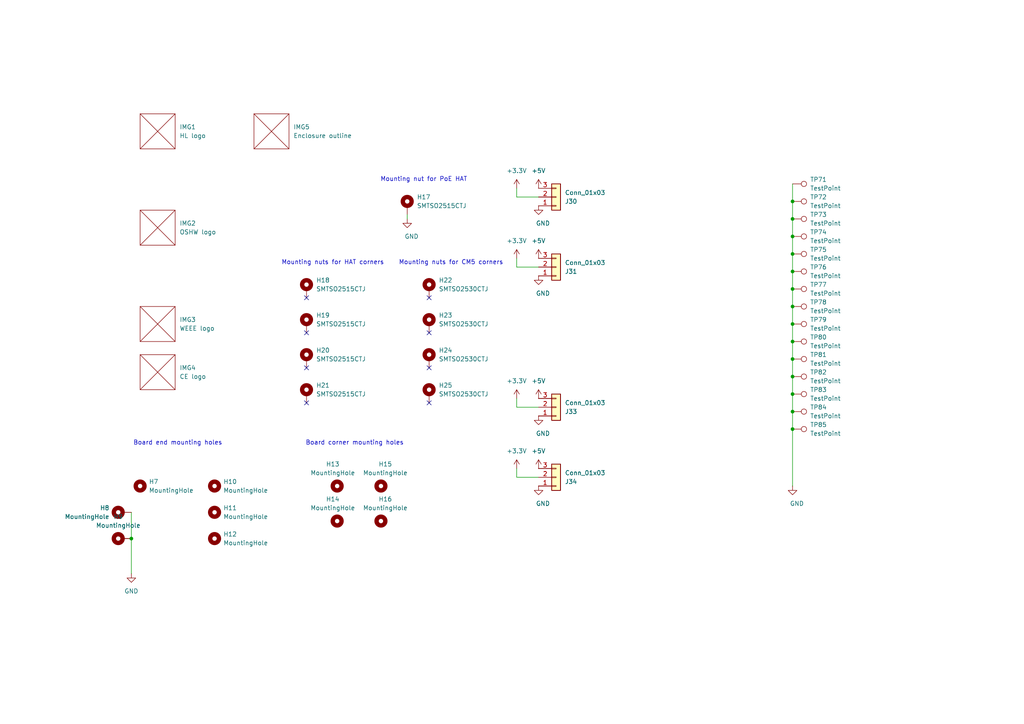
<source format=kicad_sch>
(kicad_sch (version 20250114) (generator "eeschema") (generator_version "9.0")
  (paper "A4")
  (title_block (title "HALPI2") (date "2025-08-09") (rev "v0.5.0") (company "Hat Labs Oy") (comment 1 "https://ohwr.org/cern_ohl_s_v2.pdf") (comment 2 "To view a copy of this license, visit ") (comment 3 "HALPI2 is licensed under CERN-OHL-S v2."))
  (lib_symbols
    (symbol "Connector:TestPoint" (pin_numbers (hide yes)) (pin_names (offset 0.762) (hide yes))
      (property "Reference" "TP" (at 0 6.858 0))
      (property "Value" "TestPoint" (at 0 5.08 0))
      (symbol "TestPoint_0_1"
        (circle (center 0 3.302) (radius 0.762))
      )
      (symbol "TestPoint_1_1"
        (pin passive line (at 0 0 90) (length 2.54) (name "1") (number "1"))
      )
    )
    (symbol "Connector_Generic:Conn_01x03" (pin_names (offset 1.016) (hide yes))
      (property "Reference" "J" (at 0 5.08 0))
      (property "Value" "Conn_01x03" (at 0 -5.08 0))
      (symbol "Conn_01x03_1_1"
        (rectangle (start -1.27 3.81) (end 1.27 -3.81) (stroke (width 0.254)) (fill (type background)))
        (rectangle (start -1.27 2.667) (end 0 2.413) (stroke (width 0.1524)))
        (rectangle (start -1.27 0.127) (end 0 -0.127) (stroke (width 0.1524)))
        (rectangle (start -1.27 -2.413) (end 0 -2.667) (stroke (width 0.1524)))
        (pin passive line (at -5.08 2.54 0) (length 3.81) (name "Pin_1") (number "1"))
        (pin passive line (at -5.08 0 0) (length 3.81) (name "Pin_2") (number "2"))
        (pin passive line (at -5.08 -2.54 0) (length 3.81) (name "Pin_3") (number "3"))
      )
    )
    (symbol "Hatlabs:SilkScreenImage" (in_bom no)
      (property "Reference" "IMG" (at 6.35 -1.2699 0))
      (property "Value" "Silk Screen Image" (at 6.35 -3.8099 0))
      (symbol "SilkScreenImage_0_1"
        (rectangle (start -5.08 2.54) (end 5.08 -7.62))
        (polyline (pts (xy -5.08 2.54) (xy 5.08 -7.62)))
        (polyline (pts (xy 5.08 2.54) (xy -5.08 -7.62)))
      )
    )
    (symbol "Mechanical:MountingHole" (pin_names (offset 1.016)) (in_bom no)
      (property "Reference" "H" (at 0 5.08 0))
      (property "Value" "MountingHole" (at 0 3.175 0))
      (symbol "MountingHole_0_1"
        (circle (center 0 0) (radius 1.27) (stroke (width 1.27)))
      )
    )
    (symbol "Mechanical:MountingHole_Pad" (pin_numbers (hide yes)) (pin_names (offset 1.016) (hide yes)) (exclude_from_sim yes) (in_bom no)
      (property "Reference" "H" (at 0 6.35 0))
      (property "Value" "MountingHole_Pad" (at 0 4.445 0))
      (symbol "MountingHole_Pad_0_1"
        (circle (center 0 1.27) (radius 1.27) (stroke (width 1.27)))
      )
      (symbol "MountingHole_Pad_1_1"
        (pin input line (at 0 -2.54 90) (length 2.54) (name "1") (number "1"))
      )
    )
    (symbol "power:+3.3V" (power) (pin_numbers (hide yes)) (pin_names (offset 0) (hide yes))
      (property "Value" "+3.3V" (at 0 3.556 0))
      (symbol "+3.3V_0_1"
        (polyline (pts (xy -0.762 1.27) (xy 0 2.54)))
        (polyline (pts (xy 0 2.54) (xy 0.762 1.27)))
        (polyline (pts (xy 0 0) (xy 0 2.54)))
      )
      (symbol "+3.3V_1_1"
        (pin power_in line (at 0 0 90) (length 0) (name "~") (number "1"))
      )
    )
    (symbol "power:+5V" (power) (pin_numbers (hide yes)) (pin_names (offset 0) (hide yes))
      (property "Value" "+5V" (at 0 3.556 0))
      (symbol "+5V_0_1"
        (polyline (pts (xy -0.762 1.27) (xy 0 2.54)))
        (polyline (pts (xy 0 2.54) (xy 0.762 1.27)))
        (polyline (pts (xy 0 0) (xy 0 2.54)))
      )
      (symbol "+5V_1_1"
        (pin power_in line (at 0 0 90) (length 0) (name "~") (number "1"))
      )
    )
    (symbol "power:GND" (power) (pin_numbers (hide yes)) (pin_names (offset 0) (hide yes))
      (property "Value" "GND" (at 0 -3.81 0))
      (symbol "GND_0_1"
        (polyline (pts (xy 0 0) (xy 0 -1.27) (xy 1.27 -1.27) (xy 0 -2.54) (xy -1.27 -1.27) (xy 0 -1.27)))
      )
      (symbol "GND_1_1"
        (pin power_in line (at 0 0 270) (length 0) (name "~") (number "1"))
      )
    )
  )
  (text "Mounting nuts for HAT corners" (at 96.52 76.2 0) (effects (font (size 1.27 1.27))))
  (text "Mounting nut for PoE HAT" (at 122.936 52.07 0) (effects (font (size 1.27 1.27))))
  (text "Board end mounting holes" (at 51.562 128.524 0) (effects (font (size 1.27 1.27))))
  (text "Board corner mounting holes" (at 102.87 128.524 0) (effects (font (size 1.27 1.27))))
  (text "Mounting nuts for CM5 corners" (at 130.81 76.2 0) (effects (font (size 1.27 1.27))))
  (junction (at 229.87 99.06))
  (junction (at 229.87 73.66))
  (junction (at 229.87 104.14))
  (junction (at 229.87 109.22))
  (junction (at 229.87 63.5))
  (junction (at 229.87 78.74))
  (junction (at 229.87 58.42))
  (junction (at 229.87 93.98))
  (junction (at 229.87 68.58))
  (junction (at 229.87 124.46))
  (junction (at 229.87 83.82))
  (junction (at 229.87 119.38))
  (junction (at 229.87 114.3))
  (junction (at 229.87 88.9))
  (junction (at 38.1 156.21))
  (no_connect (at 124.46 96.52))
  (no_connect (at 88.9 96.52))
  (no_connect (at 124.46 116.84))
  (no_connect (at 124.46 106.68))
  (no_connect (at 88.9 86.36))
  (no_connect (at 88.9 106.68))
  (no_connect (at 124.46 86.36))
  (no_connect (at 88.9 116.84))
  (wire (pts (xy 149.86 57.15) (xy 156.21 57.15)))
  (wire (pts (xy 229.87 88.9) (xy 229.87 93.98)))
  (wire (pts (xy 229.87 58.42) (xy 229.87 63.5)))
  (wire (pts (xy 149.86 74.93) (xy 149.86 77.47)))
  (wire (pts (xy 229.87 109.22) (xy 229.87 114.3)))
  (wire (pts (xy 229.87 93.98) (xy 229.87 99.06)))
  (wire (pts (xy 149.86 135.89) (xy 149.86 138.43)))
  (wire (pts (xy 229.87 124.46) (xy 229.87 140.97)))
  (wire (pts (xy 118.11 63.5) (xy 118.11 62.23)))
  (wire (pts (xy 149.86 77.47) (xy 156.21 77.47)))
  (wire (pts (xy 149.86 115.57) (xy 149.86 118.11)))
  (wire (pts (xy 229.87 78.74) (xy 229.87 83.82)))
  (wire (pts (xy 38.1 148.59) (xy 38.1 156.21)))
  (wire (pts (xy 229.87 83.82) (xy 229.87 88.9)))
  (wire (pts (xy 149.86 118.11) (xy 156.21 118.11)))
  (wire (pts (xy 229.87 68.58) (xy 229.87 73.66)))
  (wire (pts (xy 229.87 114.3) (xy 229.87 119.38)))
  (wire (pts (xy 229.87 119.38) (xy 229.87 124.46)))
  (wire (pts (xy 229.87 104.14) (xy 229.87 109.22)))
  (wire (pts (xy 229.87 99.06) (xy 229.87 104.14)))
  (wire (pts (xy 149.86 54.61) (xy 149.86 57.15)))
  (wire (pts (xy 229.87 63.5) (xy 229.87 68.58)))
  (wire (pts (xy 149.86 138.43) (xy 156.21 138.43)))
  (wire (pts (xy 38.1 156.21) (xy 38.1 166.37)))
  (wire (pts (xy 229.87 73.66) (xy 229.87 78.74)))
  (wire (pts (xy 229.87 53.34) (xy 229.87 58.42)))
  (symbol (lib_id "Connector:TestPoint") (at 229.87 124.46 270) (unit 1)
    (property "Reference" "TP85" (at 234.95 123.1899 90) (effects (justify left)))
    (property "Value" "TestPoint" (at 234.95 125.7299 90) (effects (justify left)))
    (property "Footprint" "TestPoint:TestPoint_Pad_1.5x1.5mm" (effects (hide yes)))
    (property "Description" "test point" (effects (hide yes)))
  )
  (symbol (lib_id "Connector:TestPoint") (at 229.87 109.22 270) (unit 1)
    (property "Reference" "TP82" (at 234.95 107.9499 90) (effects (justify left)))
    (property "Value" "TestPoint" (at 234.95 110.4899 90) (effects (justify left)))
    (property "Footprint" "TestPoint:TestPoint_Pad_1.5x1.5mm" (effects (hide yes)))
    (property "Description" "test point" (effects (hide yes)))
  )
  (symbol (lib_id "Mechanical:MountingHole") (at 97.79 140.97 90) (mirror x) (unit 1) (in_bom no)
    (property "Reference" "H13" (at 96.52 134.62 90))
    (property "Value" "MountingHole" (at 96.52 137.16 90))
    (property "Footprint" "HL_MountingHole:MountingHole_4.3mm_M4_Unplated" (effects (hide yes)))
    (property "Description" "Mounting Hole without connection" (effects (hide yes)))
  )
  (symbol (lib_id "power:+5V") (at 156.21 135.89 0) (unit 1)
    (property "Reference" "#PWR0327" (effects (hide yes)))
    (property "Value" "+5V" (at 156.21 130.81 0))
    (property "Description" "Power symbol creates a global label with name \"+5V\"" (effects (hide yes)))
  )
  (symbol (lib_id "Hatlabs:SilkScreenImage") (at 45.72 91.44 0) (unit 1) (in_bom no)
    (property "Reference" "IMG3" (at 52.07 92.7099 0) (effects (justify left)))
    (property "Value" "WEEE logo" (at 52.07 95.2499 0) (effects (justify left)))
    (property "Footprint" "Symbol:WEEE-Logo_8.4x12mm_SilkScreen" (effects (hide yes)))
  )
  (symbol (lib_id "Mechanical:MountingHole") (at 62.23 156.21 270) (unit 1) (in_bom no)
    (property "Reference" "H12" (at 64.77 154.9399 90) (effects (justify left)))
    (property "Value" "MountingHole" (at 64.77 157.4799 90) (effects (justify left)))
    (property "Footprint" "HL_MountingHole:MountingHole_4.3x6.2mm_M4_Unplated" (effects (hide yes)))
    (property "Description" "Mounting Hole without connection" (effects (hide yes)))
  )
  (symbol (lib_id "Mechanical:MountingHole_Pad") (at 88.9 114.3 0) (unit 1)
    (property "Reference" "H21" (at 91.694 111.7599 0) (effects (justify left)))
    (property "Value" "SMTSO2515CTJ" (at 91.694 114.2999 0) (effects (justify left)))
    (property "Footprint" "Hatlabs:SMTSO2515CTJ" (effects (hide yes)))
    (property "Description" "Mounting Hole with connection" (effects (hide yes)))
    (property "LCSC" "C2915629" (effects (hide yes)))
  )
  (symbol (lib_id "Connector:TestPoint") (at 229.87 78.74 270) (unit 1)
    (property "Reference" "TP76" (at 234.95 77.4699 90) (effects (justify left)))
    (property "Value" "TestPoint" (at 234.95 80.0099 90) (effects (justify left)))
    (property "Footprint" "TestPoint:TestPoint_Pad_1.5x1.5mm" (effects (hide yes)))
    (property "Description" "test point" (effects (hide yes)))
  )
  (symbol (lib_id "power:GND") (at 156.21 80.01 0) (unit 1)
    (property "Reference" "#PWR0322" (effects (hide yes)))
    (property "Value" "GND" (at 157.48 85.09 0))
    (property "Description" "Power symbol creates a global label with name \"GND\" , ground" (effects (hide yes)))
  )
  (symbol (lib_id "Connector:TestPoint") (at 229.87 63.5 270) (unit 1)
    (property "Reference" "TP73" (at 234.95 62.2299 90) (effects (justify left)))
    (property "Value" "TestPoint" (at 234.95 64.7699 90) (effects (justify left)))
    (property "Footprint" "TestPoint:TestPoint_Pad_1.5x1.5mm" (effects (hide yes)))
    (property "Description" "test point" (effects (hide yes)))
  )
  (symbol (lib_id "Mechanical:MountingHole_Pad") (at 124.46 104.14 0) (unit 1)
    (property "Reference" "H24" (at 127.254 101.5999 0) (effects (justify left)))
    (property "Value" "SMTSO2530CTJ" (at 127.254 104.1399 0) (effects (justify left)))
    (property "Footprint" "Hatlabs:SMTSO2515CTJ" (effects (hide yes)))
    (property "Description" "Mounting Hole with connection" (effects (hide yes)))
    (property "LCSC" "C2915631" (effects (hide yes)))
  )
  (symbol (lib_id "Connector:TestPoint") (at 229.87 83.82 270) (unit 1)
    (property "Reference" "TP77" (at 234.95 82.5499 90) (effects (justify left)))
    (property "Value" "TestPoint" (at 234.95 85.0899 90) (effects (justify left)))
    (property "Footprint" "TestPoint:TestPoint_Pad_1.5x1.5mm" (effects (hide yes)))
    (property "Description" "test point" (effects (hide yes)))
  )
  (symbol (lib_id "Connector:TestPoint") (at 229.87 99.06 270) (unit 1)
    (property "Reference" "TP80" (at 234.95 97.7899 90) (effects (justify left)))
    (property "Value" "TestPoint" (at 234.95 100.3299 90) (effects (justify left)))
    (property "Footprint" "TestPoint:TestPoint_Pad_1.5x1.5mm" (effects (hide yes)))
    (property "Description" "test point" (effects (hide yes)))
  )
  (symbol (lib_id "Connector_Generic:Conn_01x03") (at 161.29 118.11 0) (mirror x) (unit 1) (in_bom no)
    (property "Reference" "J33" (at 163.83 119.3801 0) (effects (justify left)))
    (property "Value" "Conn_01x03" (at 163.83 116.8401 0) (effects (justify left)))
    (property "Footprint" "Connector_PinHeader_2.54mm:PinHeader_1x03_P2.54mm_Vertical" (effects (hide yes)))
    (property "Description" "Generic connector, single row, 01x03, script generated (kicad-library-utils/schlib/autogen/connector/)" (effects (hide yes)))
  )
  (symbol (lib_id "power:GND") (at 156.21 120.65 0) (unit 1)
    (property "Reference" "#PWR0326" (effects (hide yes)))
    (property "Value" "GND" (at 157.48 125.73 0))
    (property "Description" "Power symbol creates a global label with name \"GND\" , ground" (effects (hide yes)))
  )
  (symbol (lib_id "Connector:TestPoint") (at 229.87 73.66 270) (unit 1)
    (property "Reference" "TP75" (at 234.95 72.3899 90) (effects (justify left)))
    (property "Value" "TestPoint" (at 234.95 74.9299 90) (effects (justify left)))
    (property "Footprint" "TestPoint:TestPoint_Pad_1.5x1.5mm" (effects (hide yes)))
    (property "Description" "test point" (effects (hide yes)))
  )
  (symbol (lib_id "power:GND") (at 229.87 140.97 0) (unit 1)
    (property "Reference" "#PWR0329" (effects (hide yes)))
    (property "Value" "GND" (at 231.14 146.05 0))
    (property "Description" "Power symbol creates a global label with name \"GND\" , ground" (effects (hide yes)))
  )
  (symbol (lib_id "Mechanical:MountingHole_Pad") (at 88.9 93.98 0) (unit 1)
    (property "Reference" "H19" (at 91.694 91.4399 0) (effects (justify left)))
    (property "Value" "SMTSO2515CTJ" (at 91.694 93.9799 0) (effects (justify left)))
    (property "Footprint" "Hatlabs:SMTSO2515CTJ" (effects (hide yes)))
    (property "Description" "Mounting Hole with connection" (effects (hide yes)))
    (property "LCSC" "C2915629" (effects (hide yes)))
  )
  (symbol (lib_id "power:+3.3V") (at 149.86 74.93 0) (unit 1)
    (property "Reference" "#PWR0315" (effects (hide yes)))
    (property "Value" "+3.3V" (at 149.86 69.85 0))
    (property "Description" "Power symbol creates a global label with name \"+3.3V\"" (effects (hide yes)))
  )
  (symbol (lib_id "Hatlabs:SilkScreenImage") (at 45.72 63.5 0) (unit 1) (in_bom no)
    (property "Reference" "IMG2" (at 52.07 64.7699 0) (effects (justify left)))
    (property "Value" "OSHW logo" (at 52.07 67.3099 0) (effects (justify left)))
    (property "Footprint" "Symbol:OSHW-Logo2_14.6x12mm_SilkScreen" (effects (hide yes)))
  )
  (symbol (lib_id "Connector:TestPoint") (at 229.87 88.9 270) (unit 1)
    (property "Reference" "TP78" (at 234.95 87.6299 90) (effects (justify left)))
    (property "Value" "TestPoint" (at 234.95 90.1699 90) (effects (justify left)))
    (property "Footprint" "TestPoint:TestPoint_Pad_1.5x1.5mm" (effects (hide yes)))
    (property "Description" "test point" (effects (hide yes)))
  )
  (symbol (lib_id "power:+3.3V") (at 149.86 135.89 0) (unit 1)
    (property "Reference" "#PWR0318" (effects (hide yes)))
    (property "Value" "+3.3V" (at 149.86 130.81 0))
    (property "Description" "Power symbol creates a global label with name \"+3.3V\"" (effects (hide yes)))
  )
  (symbol (lib_id "Connector:TestPoint") (at 229.87 93.98 270) (unit 1)
    (property "Reference" "TP79" (at 234.95 92.7099 90) (effects (justify left)))
    (property "Value" "TestPoint" (at 234.95 95.2499 90) (effects (justify left)))
    (property "Footprint" "TestPoint:TestPoint_Pad_1.5x1.5mm" (effects (hide yes)))
    (property "Description" "test point" (effects (hide yes)))
  )
  (symbol (lib_id "Connector:TestPoint") (at 229.87 68.58 270) (unit 1)
    (property "Reference" "TP74" (at 234.95 67.3099 90) (effects (justify left)))
    (property "Value" "TestPoint" (at 234.95 69.8499 90) (effects (justify left)))
    (property "Footprint" "TestPoint:TestPoint_Pad_1.5x1.5mm" (effects (hide yes)))
    (property "Description" "test point" (effects (hide yes)))
  )
  (symbol (lib_id "Connector:TestPoint") (at 229.87 119.38 270) (unit 1)
    (property "Reference" "TP84" (at 234.95 118.1099 90) (effects (justify left)))
    (property "Value" "TestPoint" (at 234.95 120.6499 90) (effects (justify left)))
    (property "Footprint" "TestPoint:TestPoint_Pad_1.5x1.5mm" (effects (hide yes)))
    (property "Description" "test point" (effects (hide yes)))
  )
  (symbol (lib_id "power:+3.3V") (at 149.86 54.61 0) (unit 1)
    (property "Reference" "#PWR0314" (effects (hide yes)))
    (property "Value" "+3.3V" (at 149.86 49.53 0))
    (property "Description" "Power symbol creates a global label with name \"+3.3V\"" (effects (hide yes)))
  )
  (symbol (lib_id "Mechanical:MountingHole") (at 62.23 140.97 270) (unit 1) (in_bom no)
    (property "Reference" "H10" (at 64.77 139.6999 90) (effects (justify left)))
    (property "Value" "MountingHole" (at 64.77 142.2399 90) (effects (justify left)))
    (property "Footprint" "HL_MountingHole:MountingHole_4.3x6.2mm_M4_Unplated" (effects (hide yes)))
    (property "Description" "Mounting Hole without connection" (effects (hide yes)))
  )
  (symbol (lib_id "Connector_Generic:Conn_01x03") (at 161.29 77.47 0) (mirror x) (unit 1) (in_bom no)
    (property "Reference" "J31" (at 163.83 78.7401 0) (effects (justify left)))
    (property "Value" "Conn_01x03" (at 163.83 76.2001 0) (effects (justify left)))
    (property "Footprint" "Connector_PinHeader_2.54mm:PinHeader_1x03_P2.54mm_Vertical" (effects (hide yes)))
    (property "Description" "Generic connector, single row, 01x03, script generated (kicad-library-utils/schlib/autogen/connector/)" (effects (hide yes)))
  )
  (symbol (lib_id "Mechanical:MountingHole") (at 62.23 148.59 270) (unit 1) (in_bom no)
    (property "Reference" "H11" (at 64.77 147.3199 90) (effects (justify left)))
    (property "Value" "MountingHole" (at 64.77 149.8599 90) (effects (justify left)))
    (property "Footprint" "HL_MountingHole:MountingHole_4.3x6.2mm_M4_Unplated" (effects (hide yes)))
    (property "Description" "Mounting Hole without connection" (effects (hide yes)))
  )
  (symbol (lib_id "power:GND") (at 118.11 63.5 0) (unit 1)
    (property "Reference" "#PWR0313" (effects (hide yes)))
    (property "Value" "GND" (at 119.38 68.58 0))
    (property "Description" "Power symbol creates a global label with name \"GND\" , ground" (effects (hide yes)))
  )
  (symbol (lib_id "Mechanical:MountingHole_Pad") (at 88.9 104.14 0) (unit 1)
    (property "Reference" "H20" (at 91.694 101.5999 0) (effects (justify left)))
    (property "Value" "SMTSO2515CTJ" (at 91.694 104.1399 0) (effects (justify left)))
    (property "Footprint" "Hatlabs:SMTSO2515CTJ" (effects (hide yes)))
    (property "Description" "Mounting Hole with connection" (effects (hide yes)))
    (property "LCSC" "C2915629" (effects (hide yes)))
  )
  (symbol (lib_id "Mechanical:MountingHole_Pad") (at 35.56 148.59 90) (mirror x) (unit 1) (in_bom no)
    (property "Reference" "H8" (at 31.75 147.3199 90) (effects (justify left)))
    (property "Value" "MountingHole" (at 31.75 149.8599 90) (effects (justify left)))
    (property "Footprint" "MountingHole:MountingHole_4.3x6.2mm_M4_Pad_Via" (effects (hide yes)))
    (property "Description" "Mounting Hole with connection" (effects (hide yes)))
  )
  (symbol (lib_id "Connector:TestPoint") (at 229.87 114.3 270) (unit 1)
    (property "Reference" "TP83" (at 234.95 113.0299 90) (effects (justify left)))
    (property "Value" "TestPoint" (at 234.95 115.5699 90) (effects (justify left)))
    (property "Footprint" "TestPoint:TestPoint_Pad_1.5x1.5mm" (effects (hide yes)))
    (property "Description" "test point" (effects (hide yes)))
  )
  (symbol (lib_id "Connector:TestPoint") (at 229.87 53.34 270) (unit 1)
    (property "Reference" "TP71" (at 234.95 52.0699 90) (effects (justify left)))
    (property "Value" "TestPoint" (at 234.95 54.6099 90) (effects (justify left)))
    (property "Footprint" "TestPoint:TestPoint_Pad_1.5x1.5mm" (effects (hide yes)))
    (property "Description" "test point" (effects (hide yes)))
  )
  (symbol (lib_id "Connector_Generic:Conn_01x03") (at 161.29 57.15 0) (mirror x) (unit 1) (in_bom no)
    (property "Reference" "J30" (at 163.83 58.4201 0) (effects (justify left)))
    (property "Value" "Conn_01x03" (at 163.83 55.8801 0) (effects (justify left)))
    (property "Footprint" "Connector_PinHeader_2.54mm:PinHeader_1x03_P2.54mm_Vertical" (effects (hide yes)))
    (property "Description" "Generic connector, single row, 01x03, script generated (kicad-library-utils/schlib/autogen/connector/)" (effects (hide yes)))
  )
  (symbol (lib_id "Mechanical:MountingHole_Pad") (at 124.46 83.82 0) (unit 1)
    (property "Reference" "H22" (at 127.254 81.2799 0) (effects (justify left)))
    (property "Value" "SMTSO2530CTJ" (at 127.254 83.8199 0) (effects (justify left)))
    (property "Footprint" "Hatlabs:SMTSO2515CTJ" (effects (hide yes)))
    (property "Description" "Mounting Hole with connection" (effects (hide yes)))
    (property "LCSC" "C2915631" (effects (hide yes)))
  )
  (symbol (lib_id "power:GND") (at 156.21 140.97 0) (unit 1)
    (property "Reference" "#PWR0328" (effects (hide yes)))
    (property "Value" "GND" (at 157.48 146.05 0))
    (property "Description" "Power symbol creates a global label with name \"GND\" , ground" (effects (hide yes)))
  )
  (symbol (lib_id "power:+3.3V") (at 149.86 115.57 0) (unit 1)
    (property "Reference" "#PWR0317" (effects (hide yes)))
    (property "Value" "+3.3V" (at 149.86 110.49 0))
    (property "Description" "Power symbol creates a global label with name \"+3.3V\"" (effects (hide yes)))
  )
  (symbol (lib_id "Connector:TestPoint") (at 229.87 58.42 270) (unit 1)
    (property "Reference" "TP72" (at 234.95 57.1499 90) (effects (justify left)))
    (property "Value" "TestPoint" (at 234.95 59.6899 90) (effects (justify left)))
    (property "Footprint" "TestPoint:TestPoint_Pad_1.5x1.5mm" (effects (hide yes)))
    (property "Description" "test point" (effects (hide yes)))
  )
  (symbol (lib_id "power:GND") (at 156.21 59.69 0) (unit 1)
    (property "Reference" "#PWR0320" (effects (hide yes)))
    (property "Value" "GND" (at 157.48 64.77 0))
    (property "Description" "Power symbol creates a global label with name \"GND\" , ground" (effects (hide yes)))
  )
  (symbol (lib_id "Mechanical:MountingHole") (at 110.49 140.97 270) (unit 1) (in_bom no)
    (property "Reference" "H15" (at 111.76 134.62 90))
    (property "Value" "MountingHole" (at 111.76 137.16 90))
    (property "Footprint" "HL_MountingHole:MountingHole_4.3mm_M4_Unplated" (effects (hide yes)))
    (property "Description" "Mounting Hole without connection" (effects (hide yes)))
  )
  (symbol (lib_id "Mechanical:MountingHole_Pad") (at 124.46 114.3 0) (unit 1)
    (property "Reference" "H25" (at 127.254 111.7599 0) (effects (justify left)))
    (property "Value" "SMTSO2530CTJ" (at 127.254 114.2999 0) (effects (justify left)))
    (property "Footprint" "Hatlabs:SMTSO2515CTJ" (effects (hide yes)))
    (property "Description" "Mounting Hole with connection" (effects (hide yes)))
    (property "LCSC" "C2915631" (effects (hide yes)))
  )
  (symbol (lib_id "Mechanical:MountingHole_Pad") (at 118.11 59.69 0) (unit 1)
    (property "Reference" "H17" (at 120.904 57.1499 0) (effects (justify left)))
    (property "Value" "SMTSO2515CTJ" (at 120.904 59.6899 0) (effects (justify left)))
    (property "Footprint" "Hatlabs:SMTSO2515CTJ" (effects (hide yes)))
    (property "Description" "Mounting Hole with connection" (effects (hide yes)))
    (property "LCSC" "C2915629" (effects (hide yes)))
  )
  (symbol (lib_id "power:+5V") (at 156.21 74.93 0) (unit 1)
    (property "Reference" "#PWR0321" (effects (hide yes)))
    (property "Value" "+5V" (at 156.21 69.85 0))
    (property "Description" "Power symbol creates a global label with name \"+5V\"" (effects (hide yes)))
  )
  (symbol (lib_id "Connector:TestPoint") (at 229.87 104.14 270) (unit 1)
    (property "Reference" "TP81" (at 234.95 102.8699 90) (effects (justify left)))
    (property "Value" "TestPoint" (at 234.95 105.4099 90) (effects (justify left)))
    (property "Footprint" "TestPoint:TestPoint_Pad_1.5x1.5mm" (effects (hide yes)))
    (property "Description" "test point" (effects (hide yes)))
  )
  (symbol (lib_id "Mechanical:MountingHole_Pad") (at 124.46 93.98 0) (unit 1)
    (property "Reference" "H23" (at 127.254 91.4399 0) (effects (justify left)))
    (property "Value" "SMTSO2530CTJ" (at 127.254 93.9799 0) (effects (justify left)))
    (property "Footprint" "Hatlabs:SMTSO2515CTJ" (effects (hide yes)))
    (property "Description" "Mounting Hole with connection" (effects (hide yes)))
    (property "LCSC" "C2915631" (effects (hide yes)))
  )
  (symbol (lib_id "Hatlabs:SilkScreenImage") (at 78.74 35.56 0) (unit 1) (in_bom no)
    (property "Reference" "IMG5" (at 85.09 36.8299 0) (effects (justify left)))
    (property "Value" "Enclosure outline" (at 85.09 39.3699 0) (effects (justify left)))
    (property "Footprint" "Hatlabs:AB-FA-12-1B_intersection" (effects (hide yes)))
  )
  (symbol (lib_id "Mechanical:MountingHole") (at 40.64 140.97 270) (mirror x) (unit 1) (in_bom no)
    (property "Reference" "H7" (at 43.18 139.6999 90) (effects (justify left)))
    (property "Value" "MountingHole" (at 43.18 142.2399 90) (effects (justify left)))
    (property "Footprint" "HL_MountingHole:MountingHole_4.3x6.2mm_M4_Unplated" (effects (hide yes)))
    (property "Description" "Mounting Hole without connection" (effects (hide yes)))
  )
  (symbol (lib_id "power:GND") (at 38.1 166.37 0) (unit 1)
    (property "Reference" "#PWR0310" (effects (hide yes)))
    (property "Value" "GND" (at 38.1 171.45 0))
    (property "Description" "Power symbol creates a global label with name \"GND\" , ground" (effects (hide yes)))
  )
  (symbol (lib_id "Mechanical:MountingHole_Pad") (at 88.9 83.82 0) (unit 1)
    (property "Reference" "H18" (at 91.694 81.2799 0) (effects (justify left)))
    (property "Value" "SMTSO2515CTJ" (at 91.694 83.8199 0) (effects (justify left)))
    (property "Footprint" "Hatlabs:SMTSO2515CTJ" (effects (hide yes)))
    (property "Description" "Mounting Hole with connection" (effects (hide yes)))
    (property "LCSC" "C2915629" (effects (hide yes)))
  )
  (symbol (lib_id "Hatlabs:SilkScreenImage") (at 45.72 35.56 0) (unit 1) (in_bom no)
    (property "Reference" "IMG1" (at 52.07 36.8299 0) (effects (justify left)))
    (property "Value" "HL logo" (at 52.07 39.3699 0) (effects (justify left)))
    (property "Footprint" "Hatlabs:Hat_Labs_logo_20mm" (effects (hide yes)))
  )
  (symbol (lib_id "power:+5V") (at 156.21 54.61 0) (unit 1)
    (property "Reference" "#PWR0319" (effects (hide yes)))
    (property "Value" "+5V" (at 156.21 49.53 0))
    (property "Description" "Power symbol creates a global label with name \"+5V\"" (effects (hide yes)))
  )
  (symbol (lib_id "Mechanical:MountingHole") (at 110.49 151.13 270) (unit 1) (in_bom no)
    (property "Reference" "H16" (at 111.76 144.78 90))
    (property "Value" "MountingHole" (at 111.76 147.32 90))
    (property "Footprint" "HL_MountingHole:MountingHole_4.3mm_M4_Unplated" (effects (hide yes)))
    (property "Description" "Mounting Hole without connection" (effects (hide yes)))
  )
  (symbol (lib_id "Mechanical:MountingHole_Pad") (at 35.56 156.21 90) (unit 1) (in_bom no)
    (property "Reference" "H9" (at 34.29 149.86 90))
    (property "Value" "MountingHole" (at 34.29 152.4 90))
    (property "Footprint" "MountingHole:MountingHole_4.3x6.2mm_M4_Pad_Via" (effects (hide yes)))
    (property "Description" "Mounting Hole with connection" (effects (hide yes)))
  )
  (symbol (lib_id "Hatlabs:SilkScreenImage") (at 45.72 105.41 0) (unit 1) (in_bom no)
    (property "Reference" "IMG4" (at 52.07 106.6799 0) (effects (justify left)))
    (property "Value" "CE logo" (at 52.07 109.2199 0) (effects (justify left)))
    (property "Footprint" "Symbol:CE-Logo_11.2x8mm_SilkScreen" (effects (hide yes)))
  )
  (symbol (lib_id "Mechanical:MountingHole") (at 97.79 151.13 90) (mirror x) (unit 1) (in_bom no)
    (property "Reference" "H14" (at 96.52 144.78 90))
    (property "Value" "MountingHole" (at 96.52 147.32 90))
    (property "Footprint" "HL_MountingHole:MountingHole_4.3mm_M4_Unplated" (effects (hide yes)))
    (property "Description" "Mounting Hole without connection" (effects (hide yes)))
  )
  (symbol (lib_id "power:+5V") (at 156.21 115.57 0) (unit 1)
    (property "Reference" "#PWR0325" (effects (hide yes)))
    (property "Value" "+5V" (at 156.21 110.49 0))
    (property "Description" "Power symbol creates a global label with name \"+5V\"" (effects (hide yes)))
  )
  (symbol (lib_id "Connector_Generic:Conn_01x03") (at 161.29 138.43 0) (mirror x) (unit 1) (in_bom no)
    (property "Reference" "J34" (at 163.83 139.7001 0) (effects (justify left)))
    (property "Value" "Conn_01x03" (at 163.83 137.1601 0) (effects (justify left)))
    (property "Footprint" "Connector_PinHeader_2.54mm:PinHeader_1x03_P2.54mm_Vertical" (effects (hide yes)))
    (property "Description" "Generic connector, single row, 01x03, script generated (kicad-library-utils/schlib/autogen/connector/)" (effects (hide yes)))
  )
)
</source>
